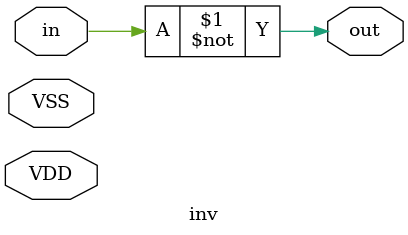
<source format=sv>


`include 'header.sv'

`include 'header.sv'

module inv(
    input  wire VDD,
    input  wire VSS,
    input  wire in,
    output wire out
);

parameter DELAY = 7;

assign #DELAY out = ~in;

endmodule

</source>
